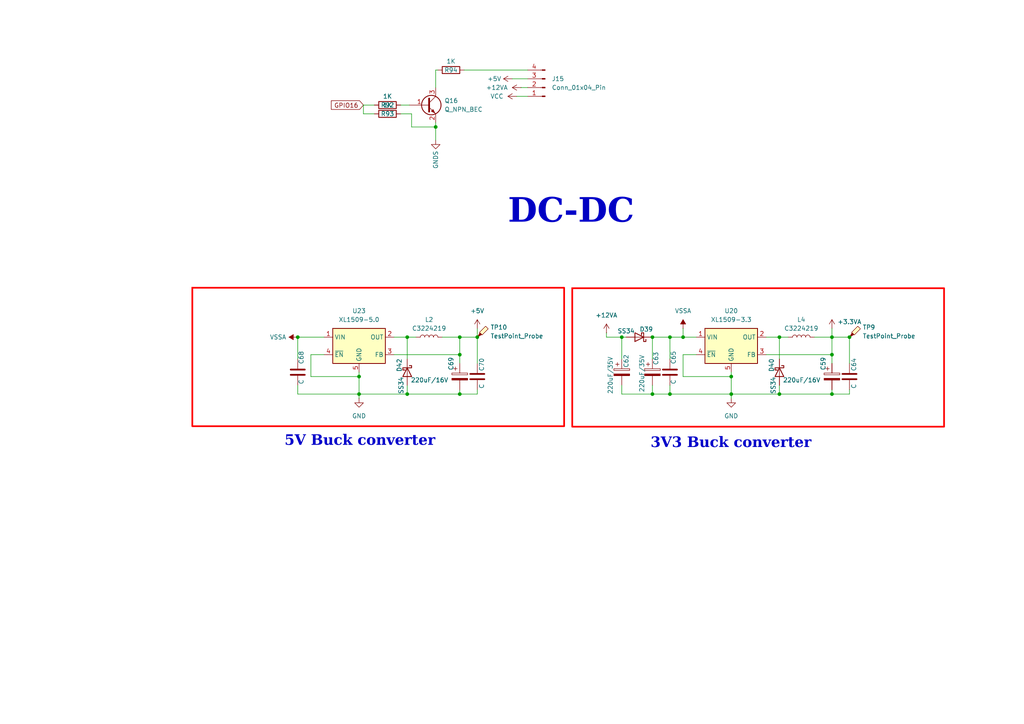
<source format=kicad_sch>
(kicad_sch (version 20231120) (generator "eeschema") (generator_version "8.0")
  (paper "A4")
  (lib_symbols
    (symbol "Connector:Conn_01x04_Pin" (pin_names (offset 1.016) hide)
      (property "Reference" "J" (at 0 5.08 0))
      (property "Value" "Conn_01x04_Pin" (at 0 -7.62 0))
      (symbol "Conn_01x04_Pin_1_1"
        (polyline (pts (xy 1.27 -5.08) (xy 0.8636 -5.08)) (stroke (width 0.1524)))
        (polyline (pts (xy 1.27 -2.54) (xy 0.8636 -2.54)) (stroke (width 0.1524)))
        (polyline (pts (xy 1.27 0) (xy 0.8636 0)) (stroke (width 0.1524)))
        (polyline (pts (xy 1.27 2.54) (xy 0.8636 2.54)) (stroke (width 0.1524)))
        (rectangle (start 0.8636 -4.953) (end 0 -5.207) (stroke (width 0.1524)) (fill (type outline)))
        (rectangle (start 0.8636 -2.413) (end 0 -2.667) (stroke (width 0.1524)) (fill (type outline)))
        (rectangle (start 0.8636 0.127) (end 0 -0.127) (stroke (width 0.1524)) (fill (type outline)))
        (rectangle (start 0.8636 2.667) (end 0 2.413) (stroke (width 0.1524)) (fill (type outline)))
        (pin passive line (at 5.08 2.54 180) (length 3.81) (name "Pin_1") (number "1"))
        (pin passive line (at 5.08 0 180) (length 3.81) (name "Pin_2") (number "2"))
        (pin passive line (at 5.08 -2.54 180) (length 3.81) (name "Pin_3") (number "3"))
        (pin passive line (at 5.08 -5.08 180) (length 3.81) (name "Pin_4") (number "4"))
      )
    )
    (symbol "Connector:TestPoint_Probe" (pin_numbers hide) (pin_names (offset 0.762) hide)
      (property "Reference" "TP" (at 1.651 5.842 0))
      (property "Value" "TestPoint_Probe" (at 1.651 4.064 0))
      (symbol "TestPoint_Probe_0_1"
        (polyline (pts (xy 1.27 0.762) (xy 0 0) (xy 0.762 1.27) (xy 1.27 0.762)) (fill (type outline)))
        (polyline (pts (xy 1.397 0.635) (xy 0.635 1.397) (xy 2.413 3.175) (xy 3.175 2.413) (xy 1.397 0.635)) (fill (type background)))
      )
      (symbol "TestPoint_Probe_1_1"
        (pin passive line (at 0 0 90) (length 0) (name "1") (number "1"))
      )
    )
    (symbol "Device:C" (pin_numbers hide) (pin_names (offset 0.254))
      (property "Reference" "C" (at 0.635 2.54 0))
      (property "Value" "C" (at 0.635 -2.54 0))
      (symbol "C_0_1"
        (polyline (pts (xy -2.032 -0.762) (xy 2.032 -0.762)) (stroke (width 0.508)))
        (polyline (pts (xy -2.032 0.762) (xy 2.032 0.762)) (stroke (width 0.508)))
      )
      (symbol "C_1_1"
        (pin passive line (at 0 3.81 270) (length 2.794) (name "~") (number "1"))
        (pin passive line (at 0 -3.81 90) (length 2.794) (name "~") (number "2"))
      )
    )
    (symbol "Device:C_Polarized" (pin_numbers hide) (pin_names (offset 0.254))
      (property "Reference" "C" (at 0.635 2.54 0))
      (property "Value" "C_Polarized" (at 0.635 -2.54 0))
      (symbol "C_Polarized_0_1"
        (rectangle (start -2.286 0.508) (end 2.286 1.016))
        (polyline (pts (xy -1.778 2.286) (xy -0.762 2.286)))
        (polyline (pts (xy -1.27 2.794) (xy -1.27 1.778)))
        (rectangle (start 2.286 -0.508) (end -2.286 -1.016) (fill (type outline)))
      )
      (symbol "C_Polarized_1_1"
        (pin passive line (at 0 3.81 270) (length 2.794) (name "~") (number "1"))
        (pin passive line (at 0 -3.81 90) (length 2.794) (name "~") (number "2"))
      )
    )
    (symbol "Device:L" (pin_numbers hide) (pin_names (offset 1.016) hide)
      (property "Reference" "L" (at -1.27 0 90))
      (property "Value" "L" (at 1.905 0 90))
      (symbol "L_0_1"
        (arc (start 0 -2.54) (mid 0.6323 -1.905) (end 0 -1.27))
        (arc (start 0 -1.27) (mid 0.6323 -0.635) (end 0 0))
        (arc (start 0 0) (mid 0.6323 0.635) (end 0 1.27))
        (arc (start 0 1.27) (mid 0.6323 1.905) (end 0 2.54))
      )
      (symbol "L_1_1"
        (pin passive line (at 0 3.81 270) (length 1.27) (name "1") (number "1"))
        (pin passive line (at 0 -3.81 90) (length 1.27) (name "2") (number "2"))
      )
    )
    (symbol "Device:Q_NPN_BEC" (pin_names (offset 0) hide)
      (property "Reference" "Q" (at 5.08 1.27 0))
      (property "Value" "Q_NPN_BEC" (at 5.08 -1.27 0))
      (symbol "Q_NPN_BEC_0_1"
        (polyline (pts (xy 0.635 0.635) (xy 2.54 2.54)))
        (polyline (pts (xy 0.635 -0.635) (xy 2.54 -2.54) (xy 2.54 -2.54)))
        (polyline (pts (xy 0.635 1.905) (xy 0.635 -1.905) (xy 0.635 -1.905)) (stroke (width 0.508)))
        (polyline (pts (xy 1.27 -1.778) (xy 1.778 -1.27) (xy 2.286 -2.286) (xy 1.27 -1.778) (xy 1.27 -1.778)) (fill (type outline)))
        (circle (center 1.27 0) (radius 2.8194) (stroke (width 0.254)))
      )
      (symbol "Q_NPN_BEC_1_1"
        (pin input line (at -5.08 0 0) (length 5.715) (name "B") (number "1"))
        (pin passive line (at 2.54 -5.08 90) (length 2.54) (name "E") (number "2"))
        (pin passive line (at 2.54 5.08 270) (length 2.54) (name "C") (number "3"))
      )
    )
    (symbol "Device:R" (pin_numbers hide) (pin_names (offset 0))
      (property "Reference" "R" (at 2.032 0 90))
      (property "Value" "R" (at 0 0 90))
      (symbol "R_0_1"
        (rectangle (start -1.016 -2.54) (end 1.016 2.54) (stroke (width 0.254)))
      )
      (symbol "R_1_1"
        (pin passive line (at 0 3.81 270) (length 1.27) (name "~") (number "1"))
        (pin passive line (at 0 -3.81 90) (length 1.27) (name "~") (number "2"))
      )
    )
    (symbol "Diode:SS34" (pin_numbers hide) (pin_names (offset 1.016) hide)
      (property "Reference" "D" (at 0 2.54 0))
      (property "Value" "SS34" (at 0 -2.54 0))
      (symbol "SS34_0_1"
        (polyline (pts (xy 1.27 0) (xy -1.27 0)))
        (polyline (pts (xy 1.27 1.27) (xy 1.27 -1.27) (xy -1.27 0) (xy 1.27 1.27)) (stroke (width 0.254)))
        (polyline (pts (xy -1.905 0.635) (xy -1.905 1.27) (xy -1.27 1.27) (xy -1.27 -1.27) (xy -0.635 -1.27) (xy -0.635 -0.635)) (stroke (width 0.254)))
      )
      (symbol "SS34_1_1"
        (pin passive line (at -3.81 0 0) (length 2.54) (name "K") (number "1"))
        (pin passive line (at 3.81 0 180) (length 2.54) (name "A") (number "2"))
      )
    )
    (symbol "Regulator_Switching:XL1509-3.3"
      (property "Reference" "U" (at -7.112 6.096 0))
      (property "Value" "XL1509-3.3" (at 5.842 6.096 0))
      (symbol "XL1509-3.3_0_1"
        (rectangle (start -7.62 5.08) (end 7.62 -5.08) (stroke (width 0.254)) (fill (type background)))
      )
      (symbol "XL1509-3.3_1_1"
        (pin power_in line (at -10.16 2.54 0) (length 2.54) (name "VIN") (number "1"))
        (pin power_out line (at 10.16 2.54 180) (length 2.54) (name "OUT") (number "2"))
        (pin input line (at 10.16 -2.54 180) (length 2.54) (name "FB") (number "3"))
        (pin input line (at -10.16 -2.54 0) (length 2.54) (name "~{EN}") (number "4"))
        (pin power_in line (at 0 -7.62 90) (length 2.54) (name "GND") (number "5"))
        (pin passive line (at 0 -7.62 90) (length 2.54) hide (name "GND") (number "6"))
        (pin passive line (at 0 -7.62 90) (length 2.54) hide (name "GND") (number "7"))
        (pin passive line (at 0 -7.62 90) (length 2.54) hide (name "GND") (number "8"))
      )
    )
    (symbol "Regulator_Switching:XL1509-5.0"
      (property "Reference" "U" (at -7.112 6.096 0))
      (property "Value" "XL1509-5.0" (at 5.842 6.096 0))
      (symbol "XL1509-5.0_0_1"
        (rectangle (start -7.62 5.08) (end 7.62 -5.08) (stroke (width 0.254)) (fill (type background)))
      )
      (symbol "XL1509-5.0_1_1"
        (pin power_in line (at -10.16 2.54 0) (length 2.54) (name "VIN") (number "1"))
        (pin power_out line (at 10.16 2.54 180) (length 2.54) (name "OUT") (number "2"))
        (pin input line (at 10.16 -2.54 180) (length 2.54) (name "FB") (number "3"))
        (pin input line (at -10.16 -2.54 0) (length 2.54) (name "~{EN}") (number "4"))
        (pin power_in line (at 0 -7.62 90) (length 2.54) (name "GND") (number "5"))
        (pin passive line (at 0 -7.62 90) (length 2.54) hide (name "GND") (number "6"))
        (pin passive line (at 0 -7.62 90) (length 2.54) hide (name "GND") (number "7"))
        (pin passive line (at 0 -7.62 90) (length 2.54) hide (name "GND") (number "8"))
      )
    )
    (symbol "power:+12VA" (power) (pin_numbers hide) (pin_names (offset 0) hide)
      (property "Value" "+12VA" (at 0 3.556 0))
      (symbol "+12VA_0_1"
        (polyline (pts (xy -0.762 1.27) (xy 0 2.54)))
        (polyline (pts (xy 0 0) (xy 0 2.54)))
        (polyline (pts (xy 0 2.54) (xy 0.762 1.27)))
      )
      (symbol "+12VA_1_1"
        (pin power_in line (at 0 0 90) (length 0) (name "~") (number "1"))
      )
    )
    (symbol "power:+3.3VA" (power) (pin_names (offset 0))
      (property "Value" "+3.3VA" (at 0 3.556 0))
      (symbol "+3.3VA_0_1"
        (polyline (pts (xy -0.762 1.27) (xy 0 2.54)))
        (polyline (pts (xy 0 0) (xy 0 2.54)))
        (polyline (pts (xy 0 2.54) (xy 0.762 1.27)))
      )
      (symbol "+3.3VA_1_1"
        (pin power_in line (at 0 0 90) (length 0) hide (name "+3.3VA") (number "1"))
      )
    )
    (symbol "power:+5V" (power) (pin_numbers hide) (pin_names (offset 0) hide)
      (property "Value" "+5V" (at 0 3.556 0))
      (symbol "+5V_0_1"
        (polyline (pts (xy -0.762 1.27) (xy 0 2.54)))
        (polyline (pts (xy 0 0) (xy 0 2.54)))
        (polyline (pts (xy 0 2.54) (xy 0.762 1.27)))
      )
      (symbol "+5V_1_1"
        (pin power_in line (at 0 0 90) (length 0) (name "~") (number "1"))
      )
    )
    (symbol "power:GND" (power) (pin_numbers hide) (pin_names (offset 0) hide)
      (property "Value" "GND" (at 0 -3.81 0))
      (symbol "GND_0_1"
        (polyline (pts (xy 0 0) (xy 0 -1.27) (xy 1.27 -1.27) (xy 0 -2.54) (xy -1.27 -1.27) (xy 0 -1.27)))
      )
      (symbol "GND_1_1"
        (pin power_in line (at 0 0 270) (length 0) (name "~") (number "1"))
      )
    )
    (symbol "power:GNDS" (power) (pin_names (offset 0))
      (property "Value" "GNDS" (at 0 -3.81 0))
      (symbol "GNDS_0_1"
        (polyline (pts (xy 0 0) (xy 0 -1.27) (xy 1.27 -1.27) (xy 0 -2.54) (xy -1.27 -1.27) (xy 0 -1.27)))
      )
      (symbol "GNDS_1_1"
        (pin power_in line (at 0 0 270) (length 0) hide (name "GNDS") (number "1"))
      )
    )
    (symbol "power:VCC" (power) (pin_numbers hide) (pin_names (offset 0) hide)
      (property "Value" "VCC" (at 0 3.556 0))
      (symbol "VCC_0_1"
        (polyline (pts (xy -0.762 1.27) (xy 0 2.54)))
        (polyline (pts (xy 0 0) (xy 0 2.54)))
        (polyline (pts (xy 0 2.54) (xy 0.762 1.27)))
      )
      (symbol "VCC_1_1"
        (pin power_in line (at 0 0 90) (length 0) (name "~") (number "1"))
      )
    )
    (symbol "power:VSSA" (power) (pin_numbers hide) (pin_names (offset 0) hide)
      (property "Value" "VSSA" (at 0 3.556 0))
      (symbol "VSSA_0_1"
        (polyline (pts (xy 0 0) (xy 0 2.54)))
        (polyline (pts (xy 0.762 1.27) (xy -0.762 1.27) (xy 0 2.54) (xy 0.762 1.27)) (fill (type outline)))
      )
      (symbol "VSSA_1_1"
        (pin power_in line (at 0 0 90) (length 0) (name "~") (number "1"))
      )
    )
  )
  (junction (at 189.23 114.3))
  (junction (at 241.3 97.79))
  (junction (at 86.36 97.79))
  (junction (at 194.31 97.79))
  (junction (at 133.35 97.79))
  (junction (at 212.09 114.3))
  (junction (at 118.11 97.79))
  (junction (at 138.43 97.79))
  (junction (at 198.12 97.79))
  (junction (at 104.14 109.22))
  (junction (at 226.06 97.79))
  (junction (at 246.38 97.79))
  (junction (at 104.14 114.3))
  (junction (at 189.23 97.79))
  (junction (at 126.365 36.83))
  (junction (at 133.35 102.87))
  (junction (at 241.3 102.87))
  (junction (at 133.35 114.3))
  (junction (at 212.09 109.22))
  (junction (at 118.11 114.3))
  (junction (at 180.34 97.79))
  (junction (at 226.06 114.3))
  (junction (at 194.31 114.3))
  (junction (at 241.3 114.3))
  (wire (pts (xy 241.3 102.87) (xy 241.3 105.41)))
  (wire (pts (xy 105.41 30.48) (xy 105.41 33.02)))
  (wire (pts (xy 175.895 97.79) (xy 180.34 97.79)))
  (wire (pts (xy 133.35 97.79) (xy 128.27 97.79)))
  (wire (pts (xy 201.93 102.87) (xy 198.12 102.87)))
  (wire (pts (xy 116.205 33.02) (xy 119.38 33.02)))
  (wire (pts (xy 180.34 104.14) (xy 180.34 97.79)))
  (wire (pts (xy 114.3 102.87) (xy 133.35 102.87)))
  (wire (pts (xy 118.11 97.79) (xy 120.65 97.79)))
  (wire (pts (xy 105.41 30.48) (xy 108.585 30.48)))
  (wire (pts (xy 149.86 27.94) (xy 153.035 27.94)))
  (wire (pts (xy 189.23 111.76) (xy 189.23 114.3)))
  (wire (pts (xy 108.585 33.02) (xy 105.41 33.02)))
  (wire (pts (xy 133.35 114.3) (xy 138.43 114.3)))
  (wire (pts (xy 86.36 104.14) (xy 86.36 97.79)))
  (wire (pts (xy 212.09 114.3) (xy 212.09 109.22)))
  (wire (pts (xy 118.11 114.3) (xy 104.14 114.3)))
  (wire (pts (xy 119.38 33.02) (xy 119.38 36.83)))
  (wire (pts (xy 86.36 97.79) (xy 93.98 97.79)))
  (wire (pts (xy 126.365 36.83) (xy 126.365 40.64)))
  (wire (pts (xy 151.13 25.4) (xy 153.035 25.4)))
  (wire (pts (xy 246.38 114.3) (xy 246.38 113.03)))
  (wire (pts (xy 226.06 111.76) (xy 226.06 114.3)))
  (wire (pts (xy 104.14 109.22) (xy 104.14 107.95)))
  (wire (pts (xy 138.43 97.79) (xy 133.35 97.79)))
  (wire (pts (xy 90.17 109.22) (xy 104.14 109.22)))
  (wire (pts (xy 246.38 97.79) (xy 241.3 97.79)))
  (wire (pts (xy 93.98 102.87) (xy 90.17 102.87)))
  (wire (pts (xy 138.43 105.41) (xy 138.43 97.79)))
  (wire (pts (xy 241.3 113.03) (xy 241.3 114.3)))
  (wire (pts (xy 133.35 113.03) (xy 133.35 114.3)))
  (wire (pts (xy 180.34 111.76) (xy 180.34 114.3)))
  (wire (pts (xy 189.23 104.14) (xy 189.23 97.79)))
  (wire (pts (xy 241.3 97.79) (xy 236.22 97.79)))
  (wire (pts (xy 104.14 115.57) (xy 104.14 114.3)))
  (wire (pts (xy 194.31 114.3) (xy 212.09 114.3)))
  (wire (pts (xy 119.38 36.83) (xy 126.365 36.83)))
  (wire (pts (xy 126.365 20.32) (xy 127 20.32)))
  (wire (pts (xy 194.31 97.79) (xy 198.12 97.79)))
  (wire (pts (xy 116.205 30.48) (xy 118.745 30.48)))
  (wire (pts (xy 90.17 102.87) (xy 90.17 109.22)))
  (wire (pts (xy 148.59 22.86) (xy 153.035 22.86)))
  (wire (pts (xy 226.06 97.79) (xy 226.06 104.14)))
  (wire (pts (xy 86.36 111.76) (xy 86.36 114.3)))
  (wire (pts (xy 126.365 20.32) (xy 126.365 25.4)))
  (wire (pts (xy 104.14 114.3) (xy 104.14 109.22)))
  (wire (pts (xy 133.35 102.87) (xy 133.35 97.79)))
  (wire (pts (xy 86.36 114.3) (xy 104.14 114.3)))
  (wire (pts (xy 246.38 105.41) (xy 246.38 97.79)))
  (wire (pts (xy 198.12 109.22) (xy 212.09 109.22)))
  (wire (pts (xy 212.09 115.57) (xy 212.09 114.3)))
  (wire (pts (xy 212.09 109.22) (xy 212.09 107.95)))
  (wire (pts (xy 198.12 102.87) (xy 198.12 109.22)))
  (wire (pts (xy 194.31 104.14) (xy 194.31 97.79)))
  (wire (pts (xy 189.23 114.3) (xy 194.31 114.3)))
  (wire (pts (xy 241.3 95.25) (xy 241.3 97.79)))
  (wire (pts (xy 241.3 102.87) (xy 241.3 97.79)))
  (wire (pts (xy 180.34 114.3) (xy 189.23 114.3)))
  (wire (pts (xy 133.35 102.87) (xy 133.35 105.41)))
  (wire (pts (xy 133.35 114.3) (xy 118.11 114.3)))
  (wire (pts (xy 175.895 96.52) (xy 175.895 97.79)))
  (wire (pts (xy 241.3 114.3) (xy 226.06 114.3)))
  (wire (pts (xy 126.365 35.56) (xy 126.365 36.83)))
  (wire (pts (xy 226.06 114.3) (xy 212.09 114.3)))
  (wire (pts (xy 189.23 97.79) (xy 194.31 97.79)))
  (wire (pts (xy 180.34 97.79) (xy 181.61 97.79)))
  (wire (pts (xy 222.25 102.87) (xy 241.3 102.87)))
  (wire (pts (xy 194.31 111.76) (xy 194.31 114.3)))
  (wire (pts (xy 226.06 97.79) (xy 228.6 97.79)))
  (wire (pts (xy 222.25 97.79) (xy 226.06 97.79)))
  (wire (pts (xy 198.12 95.25) (xy 198.12 97.79)))
  (wire (pts (xy 134.62 20.32) (xy 153.035 20.32)))
  (wire (pts (xy 118.11 111.76) (xy 118.11 114.3)))
  (wire (pts (xy 138.43 114.3) (xy 138.43 113.03)))
  (wire (pts (xy 138.43 95.25) (xy 138.43 97.79)))
  (wire (pts (xy 118.11 97.79) (xy 118.11 104.14)))
  (wire (pts (xy 198.12 97.79) (xy 201.93 97.79)))
  (wire (pts (xy 114.3 97.79) (xy 118.11 97.79)))
  (wire (pts (xy 241.3 114.3) (xy 246.38 114.3)))
  (rectangle (start 165.975 83.595) (end 273.815 123.755) (stroke (width 0.5) (color 255 0 0 1)))
  (rectangle (start 55.78 83.46) (end 163.62 123.62) (stroke (width 0.5) (color 255 0 0 1)))
  (text "3V3 Buck converter" (at 235.331 131.191 0) (effects (font (size 3 3) (thickness 0.4) (bold yes)) (justify right bottom)))
  (text "DC-DC" (at 147.32 67.564 0) (effects (font (size 7 7) (thickness 0.3) (bold yes)) (justify left bottom)))
  (text "5V Buck converter" (at 126.238 130.556 0) (effects (font (size 3 3) (thickness 0.4) (bold yes)) (justify right bottom)))
  (global_label "GPIO16" (shape input) (at 105.41 30.48 180) (property "Intersheetrefs" "${INTERSHEET_REFS}" (effects (hide yes))))
  (symbol (lib_id "Regulator_Switching:XL1509-5.0") (at 104.14 100.33 0) (unit 1)
    (property "Reference" "U23" (at 104.14 90.17 0))
    (property "Value" "XL1509-5.0" (at 104.14 92.71 0))
    (property "Footprint" "Package_SO:SOIC-8_3.9x4.9mm_P1.27mm" (effects (hide yes)))
    (property "Datasheet" "https://datasheet.lcsc.com/lcsc/1809050422_XLSEMI-XL1509-5-0E1_C61063.pdf" (effects (hide yes)))
    (property "Description" "Buck DC/DC Converter, 2A, 5V Output Voltage, 7-40V Input Voltage" (effects (hide yes)))
    (property "JLCPCB Part #" "C2902368" (effects (hide yes)))
  )
  (symbol (lib_id "Connector:TestPoint_Probe") (at 246.38 97.79 0) (unit 1)
    (property "Reference" "TP9" (at 250.19 94.9324 0) (effects (justify left)))
    (property "Value" "TestPoint_Probe" (at 250.19 97.4724 0) (effects (justify left)))
    (property "Footprint" "TestPoint:TestPoint_Loop_D1.80mm_Drill1.0mm_Beaded" (effects (hide yes)))
    (property "Description" "test point (alternative probe-style design)" (effects (hide yes)))
  )
  (symbol (lib_id "power:+5V") (at 138.43 95.25 0) (unit 1)
    (property "Reference" "#PWR0113" (effects (hide yes)))
    (property "Value" "+5V" (at 138.43 90.17 0))
    (property "Description" "Power symbol creates a global label with name \"+5V\"" (effects (hide yes)))
  )
  (symbol (lib_id "Device:L") (at 124.46 97.79 90) (unit 1)
    (property "Reference" "L2" (at 124.46 92.71 90))
    (property "Value" "C3224219" (at 124.46 95.25 90))
    (property "Footprint" "Inductor_SMD:L_Bourns_SRN8040TA" (effects (hide yes)))
  )
  (symbol (lib_id "Diode:SS34") (at 118.11 107.95 270) (unit 1)
    (property "Reference" "D42" (at 115.824 105.918 0))
    (property "Value" "SS34" (at 116.332 111.76 0))
    (property "Footprint" "Diode_SMD:D_SMA" (effects (hide yes)))
    (property "Datasheet" "https://www.vishay.com/docs/88751/ss32.pdf" (effects (hide yes)))
    (property "Description" "40V 3A Schottky Diode, SMA" (effects (hide yes)))
  )
  (symbol (lib_id "Device:Q_NPN_BEC") (at 123.825 30.48 0) (unit 1)
    (property "Reference" "Q16" (at 128.905 29.2099 0) (effects (justify left)))
    (property "Value" "Q_NPN_BEC" (at 128.905 31.7499 0) (effects (justify left)))
    (property "Footprint" "Package_TO_SOT_SMD:SOT-23" (effects (hide yes)))
    (property "Description" "NPN transistor, base/emitter/collector" (effects (hide yes)))
  )
  (symbol (lib_id "Device:C_Polarized") (at 133.35 109.22 0) (unit 1)
    (property "Reference" "C69" (at 130.81 107.442 90) (effects (justify left)))
    (property "Value" "220uF/16V" (at 119.126 110.236 0) (effects (justify left)))
    (property "Footprint" "Capacitor_SMD:CP_Elec_6.3x4.5" (effects (hide yes)))
    (property "Description" "Polarized capacitor" (effects (hide yes)))
    (property "JLCPCB Part #" "C59918" (effects (hide yes)))
  )
  (symbol (lib_id "power:GND") (at 212.09 115.57 0) (unit 1)
    (property "Reference" "#PWR096" (effects (hide yes)))
    (property "Value" "GND" (at 212.09 120.65 0))
    (property "Description" "Power symbol creates a global label with name \"GND\" , ground" (effects (hide yes)))
  )
  (symbol (lib_id "Device:L") (at 232.41 97.79 90) (unit 1)
    (property "Reference" "L4" (at 232.41 92.71 90))
    (property "Value" "C3224219" (at 232.41 95.25 90))
    (property "Footprint" "Inductor_SMD:L_Bourns_SRN8040TA" (effects (hide yes)))
  )
  (symbol (lib_id "Device:C_Polarized") (at 189.23 107.95 0) (unit 1)
    (property "Reference" "C63" (at 190.246 105.918 90) (effects (justify left)))
    (property "Value" "220uF/35V" (at 186.182 113.792 90) (effects (justify left)))
    (property "Footprint" "Capacitor_THT:CP_Radial_D8.0mm_P3.80mm" (effects (hide yes)))
    (property "Description" "Polarized capacitor" (effects (hide yes)))
    (property "JLCPCB Part #" "C59918" (effects (hide yes)))
  )
  (symbol (lib_id "Regulator_Switching:XL1509-3.3") (at 212.09 100.33 0) (unit 1)
    (property "Reference" "U20" (at 212.09 90.17 0))
    (property "Value" "XL1509-3.3" (at 212.09 92.71 0))
    (property "Footprint" "Package_SO:SOIC-8_3.9x4.9mm_P1.27mm" (effects (hide yes)))
    (property "Datasheet" "https://datasheet.lcsc.com/lcsc/1809050422_XLSEMI-XL1509-5-0E1_C61063.pdf" (effects (hide yes)))
    (property "Description" "Buck DC/DC Converter, 2A, 3.3V Output Voltage, 4.5-40V Input Voltage" (effects (hide yes)))
    (property "JLCPCB Part #" "C2681226" (effects (hide yes)))
  )
  (symbol (lib_id "Device:C_Polarized") (at 180.34 107.95 0) (unit 1)
    (property "Reference" "C62" (at 181.61 106.68 90) (effects (justify left)))
    (property "Value" "220uF/35V" (at 177.038 114.3 90) (effects (justify left)))
    (property "Footprint" "Capacitor_SMD:CP_Elec_6.3x4.5" (effects (hide yes)))
    (property "Description" "Polarized capacitor" (effects (hide yes)))
    (property "JLCPCB Part #" "C59918" (effects (hide yes)))
  )
  (symbol (lib_id "Device:R") (at 112.395 33.02 270) (unit 1)
    (property "Reference" "R93" (at 112.395 33.02 90))
    (property "Value" "1K" (at 112.395 30.48 90))
    (property "Footprint" "Resistor_SMD:R_0402_1005Metric" (effects (hide yes)))
  )
  (symbol (lib_id "Device:C") (at 86.36 107.95 0) (unit 1)
    (property "Reference" "C68" (at 87.376 105.664 90) (effects (justify left)))
    (property "Value" "C" (at 87.376 111.506 90) (effects (justify left)))
    (property "Footprint" "Capacitor_SMD:C_1206_3216Metric" (effects (hide yes)))
    (property "Description" "Unpolarized capacitor" (effects (hide yes)))
  )
  (symbol (lib_id "power:+12VA") (at 175.895 96.52 0) (unit 1)
    (property "Reference" "#PWR098" (effects (hide yes)))
    (property "Value" "+12VA" (at 175.895 91.44 0))
    (property "Description" "Power symbol creates a global label with name \"+12VA\"" (effects (hide yes)))
  )
  (symbol (lib_id "power:VSSA") (at 86.36 97.79 90) (unit 1)
    (property "Reference" "#PWR0100" (effects (hide yes)))
    (property "Value" "VSSA" (at 80.645 97.79 90))
    (property "Description" "Power symbol creates a global label with name \"VSSA\"" (effects (hide yes)))
  )
  (symbol (lib_id "Device:C") (at 246.38 109.22 0) (unit 1)
    (property "Reference" "C64" (at 247.65 107.696 90) (effects (justify left)))
    (property "Value" "C" (at 247.65 112.776 90) (effects (justify left)))
    (property "Footprint" "Capacitor_SMD:C_1206_3216Metric" (effects (hide yes)))
    (property "Description" "Unpolarized capacitor" (effects (hide yes)))
  )
  (symbol (lib_id "power:+3.3VA") (at 241.3 95.25 0) (unit 1)
    (property "Reference" "#PWR0114" (effects (hide yes)))
    (property "Value" "+3.3VA" (at 246.38 93.345 0))
  )
  (symbol (lib_id "Device:C") (at 138.43 109.22 0) (unit 1)
    (property "Reference" "C70" (at 139.7 107.696 90) (effects (justify left)))
    (property "Value" "C" (at 139.7 112.776 90) (effects (justify left)))
    (property "Footprint" "Capacitor_SMD:C_1206_3216Metric" (effects (hide yes)))
    (property "Description" "Unpolarized capacitor" (effects (hide yes)))
  )
  (symbol (lib_id "Device:C") (at 194.31 107.95 0) (unit 1)
    (property "Reference" "C65" (at 195.326 105.664 90) (effects (justify left)))
    (property "Value" "C" (at 195.326 111.506 90) (effects (justify left)))
    (property "Footprint" "Capacitor_SMD:C_1206_3216Metric" (effects (hide yes)))
    (property "Description" "Unpolarized capacitor" (effects (hide yes)))
  )
  (symbol (lib_id "Connector:Conn_01x04_Pin") (at 158.115 25.4 180) (unit 1)
    (property "Reference" "J15" (at 160.02 22.8599 0) (effects (justify right)))
    (property "Value" "Conn_01x04_Pin" (at 160.02 25.3999 0) (effects (justify right)))
    (property "Footprint" "Connector_JST:JST_XA_B04B-XASK-1_1x04_P2.50mm_Vertical" (effects (hide yes)))
    (property "Description" "Generic connector, single row, 01x04, script generated" (effects (hide yes)))
  )
  (symbol (lib_id "power:+12VA") (at 151.13 25.4 90) (unit 1)
    (property "Reference" "#PWR0116" (effects (hide yes)))
    (property "Value" "+12VA" (at 147.32 25.3999 90) (effects (justify left)))
    (property "Description" "Power symbol creates a global label with name \"+12VA\"" (effects (hide yes)))
  )
  (symbol (lib_id "power:+5V") (at 148.59 22.86 90) (unit 1)
    (property "Reference" "#PWR050" (effects (hide yes)))
    (property "Value" "+5V" (at 145.415 22.8599 90) (effects (justify left)))
    (property "Description" "Power symbol creates a global label with name \"+5V\"" (effects (hide yes)))
  )
  (symbol (lib_id "power:VCC") (at 149.86 27.94 90) (unit 1)
    (property "Reference" "#PWR099" (effects (hide yes)))
    (property "Value" "VCC" (at 146.05 27.9399 90) (effects (justify left)))
    (property "Description" "Power symbol creates a global label with name \"VCC\"" (effects (hide yes)))
  )
  (symbol (lib_id "Diode:SS34") (at 226.06 107.95 270) (unit 1)
    (property "Reference" "D40" (at 223.774 105.918 0))
    (property "Value" "SS34" (at 224.282 111.76 0))
    (property "Footprint" "Diode_SMD:D_SMA" (effects (hide yes)))
    (property "Datasheet" "https://www.vishay.com/docs/88751/ss32.pdf" (effects (hide yes)))
    (property "Description" "40V 3A Schottky Diode, SMA" (effects (hide yes)))
  )
  (symbol (lib_id "power:GNDS") (at 126.365 40.64 0) (unit 1)
    (property "Reference" "#PWR047" (effects (hide yes)))
    (property "Value" "GNDS" (at 126.365 46.355 90))
  )
  (symbol (lib_id "power:GND") (at 104.14 115.57 0) (unit 1)
    (property "Reference" "#PWR097" (effects (hide yes)))
    (property "Value" "GND" (at 104.14 120.65 0))
    (property "Description" "Power symbol creates a global label with name \"GND\" , ground" (effects (hide yes)))
  )
  (symbol (lib_id "power:VSSA") (at 198.12 95.25 0) (unit 1)
    (property "Reference" "#PWR0115" (effects (hide yes)))
    (property "Value" "VSSA" (at 198.12 90.17 0))
    (property "Description" "Power symbol creates a global label with name \"VSSA\"" (effects (hide yes)))
  )
  (symbol (lib_id "Device:R") (at 112.395 30.48 270) (unit 1)
    (property "Reference" "R92" (at 112.395 30.48 90))
    (property "Value" "1K" (at 112.395 27.94 90))
    (property "Footprint" "Resistor_SMD:R_0402_1005Metric" (effects (hide yes)))
  )
  (symbol (lib_id "Device:C_Polarized") (at 241.3 109.22 0) (unit 1)
    (property "Reference" "C59" (at 238.76 107.442 90) (effects (justify left)))
    (property "Value" "220uF/16V" (at 227.076 110.236 0) (effects (justify left)))
    (property "Footprint" "Capacitor_SMD:CP_Elec_6.3x4.5" (effects (hide yes)))
    (property "Description" "Polarized capacitor" (effects (hide yes)))
    (property "JLCPCB Part #" "C59918" (effects (hide yes)))
  )
  (symbol (lib_id "Diode:SS34") (at 185.42 97.79 180) (unit 1)
    (property "Reference" "D39" (at 187.452 95.504 0))
    (property "Value" "SS34" (at 181.61 96.012 0))
    (property "Footprint" "Diode_SMD:D_SMA" (effects (hide yes)))
    (property "Datasheet" "https://www.vishay.com/docs/88751/ss32.pdf" (effects (hide yes)))
    (property "Description" "40V 3A Schottky Diode, SMA" (effects (hide yes)))
  )
  (symbol (lib_id "Device:R") (at 130.81 20.32 270) (unit 1)
    (property "Reference" "R94" (at 130.81 20.32 90))
    (property "Value" "1K" (at 130.81 17.78 90))
    (property "Footprint" "Resistor_SMD:R_0402_1005Metric" (effects (hide yes)))
  )
  (symbol (lib_id "Connector:TestPoint_Probe") (at 138.43 97.79 0) (unit 1)
    (property "Reference" "TP10" (at 142.24 94.9324 0) (effects (justify left)))
    (property "Value" "TestPoint_Probe" (at 142.24 97.4724 0) (effects (justify left)))
    (property "Footprint" "TestPoint:TestPoint_Loop_D1.80mm_Drill1.0mm_Beaded" (effects (hide yes)))
    (property "Description" "test point (alternative probe-style design)" (effects (hide yes)))
  )
)
</source>
